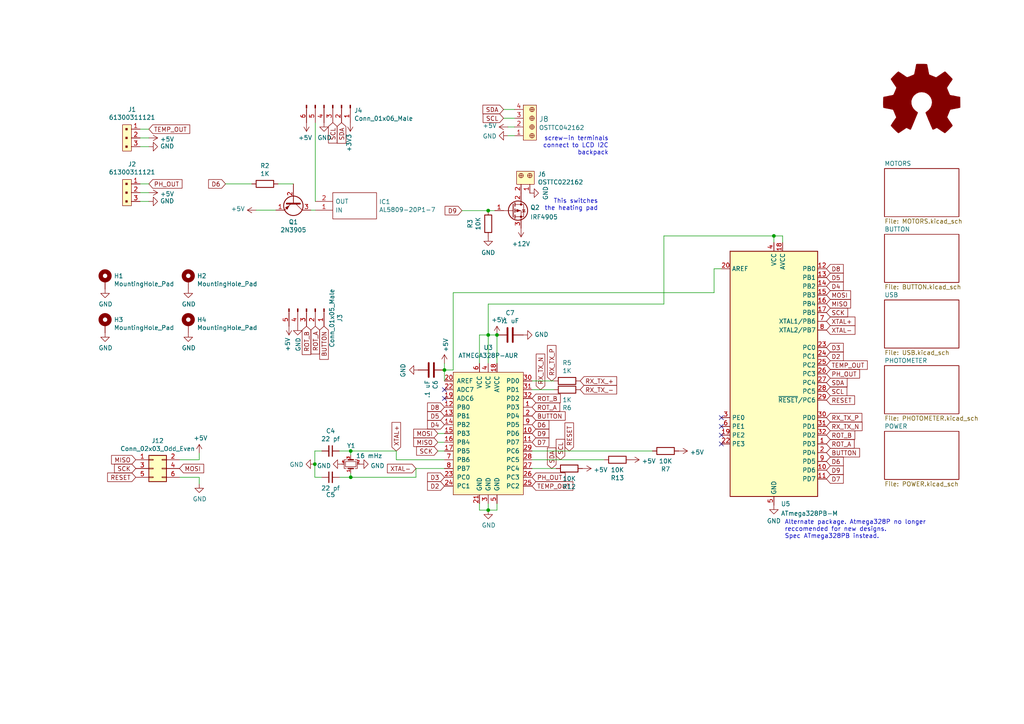
<source format=kicad_sch>
(kicad_sch (version 20211123) (generator eeschema)
  (paper "A4")
  (lib_symbols
    (symbol "AL5809-20P1-7:AL5809-20P1-7" (pin_names (offset 0.762))
      (property "Reference" "IC" (at 19.05 7.62 0))
      (property "Value" "AL5809-20P1-7" (at 19.05 5.08 0))
      (symbol "AL5809-20P1-7_0_0"
        (pin passive line (at 0 -2.54 0) (length 5.08) (name "IN") (number "1"))
        (pin passive line (at 0 0 0) (length 5.08) (name "OUT") (number "2"))
      )
    )
    (symbol "Connector:Conn_01x05_Male" (pin_names (offset 1.016) hide)
      (property "Reference" "J" (at 0 7.62 0))
      (property "Value" "Conn_01x05_Male" (at 0 -7.62 0))
      (symbol "Conn_01x05_Male_1_1"
        (pin passive line (at 5.08 5.08 180) (length 3.81) (name "Pin_1") (number "1"))
        (pin passive line (at 5.08 2.54 180) (length 3.81) (name "Pin_2") (number "2"))
        (pin passive line (at 5.08 0 180) (length 3.81) (name "Pin_3") (number "3"))
        (pin passive line (at 5.08 -2.54 180) (length 3.81) (name "Pin_4") (number "4"))
        (pin passive line (at 5.08 -5.08 180) (length 3.81) (name "Pin_5") (number "5"))
      )
    )
    (symbol "Connector:Conn_01x06_Male" (pin_names (offset 1.016) hide)
      (property "Reference" "J" (at 0 7.62 0))
      (property "Value" "Conn_01x06_Male" (at 0 -10.16 0))
      (symbol "Conn_01x06_Male_1_1"
        (pin passive line (at 5.08 5.08 180) (length 3.81) (name "Pin_1") (number "1"))
        (pin passive line (at 5.08 2.54 180) (length 3.81) (name "Pin_2") (number "2"))
        (pin passive line (at 5.08 0 180) (length 3.81) (name "Pin_3") (number "3"))
        (pin passive line (at 5.08 -2.54 180) (length 3.81) (name "Pin_4") (number "4"))
        (pin passive line (at 5.08 -5.08 180) (length 3.81) (name "Pin_5") (number "5"))
        (pin passive line (at 5.08 -7.62 180) (length 3.81) (name "Pin_6") (number "6"))
      )
    )
    (symbol "Connector_Generic:Conn_02x03_Odd_Even" (pin_names (offset 1.016) hide)
      (property "Reference" "J" (at 1.27 5.08 0))
      (property "Value" "Conn_02x03_Odd_Even" (at 1.27 -5.08 0))
      (symbol "Conn_02x03_Odd_Even_1_1"
        (pin passive line (at -5.08 2.54 0) (length 3.81) (name "Pin_1") (number "1"))
        (pin passive line (at 7.62 2.54 180) (length 3.81) (name "Pin_2") (number "2"))
        (pin passive line (at -5.08 0 0) (length 3.81) (name "Pin_3") (number "3"))
        (pin passive line (at 7.62 0 180) (length 3.81) (name "Pin_4") (number "4"))
        (pin passive line (at -5.08 -2.54 0) (length 3.81) (name "Pin_5") (number "5"))
        (pin passive line (at 7.62 -2.54 180) (length 3.81) (name "Pin_6") (number "6"))
      )
    )
    (symbol "Device:C" (pin_numbers hide) (pin_names (offset 0.254))
      (property "Reference" "C" (at 0.635 2.54 0))
      (property "Value" "C" (at 0.635 -2.54 0))
      (symbol "C_1_1"
        (pin passive line (at 0 3.81 270) (length 2.794) (name "~") (number "1"))
        (pin passive line (at 0 -3.81 90) (length 2.794) (name "~") (number "2"))
      )
    )
    (symbol "Device:C_Small" (pin_numbers hide) (pin_names (offset 0.254) hide)
      (property "Reference" "C" (at 0.254 1.778 0))
      (property "Value" "C_Small" (at 0.254 -2.032 0))
      (symbol "C_Small_1_1"
        (pin passive line (at 0 2.54 270) (length 2.032) (name "~") (number "1"))
        (pin passive line (at 0 -2.54 90) (length 2.032) (name "~") (number "2"))
      )
    )
    (symbol "Device:Crystal_GND24_Small" (pin_names (offset 1.016) hide)
      (property "Reference" "Y" (at 1.27 4.445 0))
      (property "Value" "Crystal_GND24_Small" (at 1.27 2.54 0))
      (symbol "Crystal_GND24_Small_1_1"
        (pin passive line (at -2.54 0 0) (length 1.27) (name "1") (number "1"))
        (pin passive line (at 0 -2.54 90) (length 0.635) (name "2") (number "2"))
        (pin passive line (at 2.54 0 180) (length 1.27) (name "3") (number "3"))
        (pin passive line (at 0 2.54 270) (length 0.635) (name "4") (number "4"))
      )
    )
    (symbol "Device:R" (pin_numbers hide) (pin_names (offset 0))
      (property "Reference" "R" (at 2.032 0 90))
      (property "Value" "R" (at 0 0 90))
      (symbol "R_1_1"
        (pin passive line (at 0 3.81 270) (length 1.27) (name "~") (number "1"))
        (pin passive line (at 0 -3.81 90) (length 1.27) (name "~") (number "2"))
      )
    )
    (symbol "Graphic:Logo_Open_Hardware_Large" (pin_names (offset 1.016)))
    (symbol "MCU_Microchip_ATmega:ATmega328PB-M"
      (property "Reference" "U" (at -12.7 36.83 0))
      (property "Value" "ATmega328PB-M" (at 2.54 -36.83 0))
      (symbol "ATmega328PB-M_1_1"
        (pin bidirectional line (at 15.24 -20.32 180) (length 2.54) (name "PD3") (number "1"))
        (pin bidirectional line (at 15.24 -27.94 180) (length 2.54) (name "PD6") (number "10"))
        (pin bidirectional line (at 15.24 -30.48 180) (length 2.54) (name "PD7") (number "11"))
        (pin bidirectional line (at 15.24 30.48 180) (length 2.54) (name "PB0") (number "12"))
        (pin bidirectional line (at 15.24 27.94 180) (length 2.54) (name "PB1") (number "13"))
        (pin bidirectional line (at 15.24 25.4 180) (length 2.54) (name "PB2") (number "14"))
        (pin bidirectional line (at 15.24 22.86 180) (length 2.54) (name "PB3") (number "15"))
        (pin bidirectional line (at 15.24 20.32 180) (length 2.54) (name "PB4") (number "16"))
        (pin bidirectional line (at 15.24 17.78 180) (length 2.54) (name "PB5") (number "17"))
        (pin power_in line (at 2.54 38.1 270) (length 2.54) (name "AVCC") (number "18"))
        (pin bidirectional line (at -15.24 -17.78 0) (length 2.54) (name "PE2") (number "19"))
        (pin bidirectional line (at 15.24 -22.86 180) (length 2.54) (name "PD4") (number "2"))
        (pin passive line (at -15.24 30.48 0) (length 2.54) (name "AREF") (number "20"))
        (pin passive line (at 0 -38.1 90) (length 2.54) hide (name "GND") (number "21"))
        (pin bidirectional line (at -15.24 -20.32 0) (length 2.54) (name "PE3") (number "22"))
        (pin bidirectional line (at 15.24 7.62 180) (length 2.54) (name "PC0") (number "23"))
        (pin bidirectional line (at 15.24 5.08 180) (length 2.54) (name "PC1") (number "24"))
        (pin bidirectional line (at 15.24 2.54 180) (length 2.54) (name "PC2") (number "25"))
        (pin bidirectional line (at 15.24 0 180) (length 2.54) (name "PC3") (number "26"))
        (pin bidirectional line (at 15.24 -2.54 180) (length 2.54) (name "PC4") (number "27"))
        (pin bidirectional line (at 15.24 -5.08 180) (length 2.54) (name "PC5") (number "28"))
        (pin bidirectional line (at 15.24 -7.62 180) (length 2.54) (name "~{RESET}/PC6") (number "29"))
        (pin bidirectional line (at -15.24 -12.7 0) (length 2.54) (name "PE0") (number "3"))
        (pin bidirectional line (at 15.24 -12.7 180) (length 2.54) (name "PD0") (number "30"))
        (pin bidirectional line (at 15.24 -15.24 180) (length 2.54) (name "PD1") (number "31"))
        (pin bidirectional line (at 15.24 -17.78 180) (length 2.54) (name "PD2") (number "32"))
        (pin passive line (at 0 -38.1 90) (length 2.54) hide (name "GND") (number "33"))
        (pin power_in line (at 0 38.1 270) (length 2.54) (name "VCC") (number "4"))
        (pin power_in line (at 0 -38.1 90) (length 2.54) (name "GND") (number "5"))
        (pin bidirectional line (at -15.24 -15.24 0) (length 2.54) (name "PE1") (number "6"))
        (pin bidirectional line (at 15.24 15.24 180) (length 2.54) (name "XTAL1/PB6") (number "7"))
        (pin bidirectional line (at 15.24 12.7 180) (length 2.54) (name "XTAL2/PB7") (number "8"))
        (pin bidirectional line (at 15.24 -25.4 180) (length 2.54) (name "PD5") (number "9"))
      )
    )
    (symbol "Mechanical:MountingHole_Pad" (pin_numbers hide) (pin_names (offset 1.016) hide)
      (property "Reference" "H" (at 0 6.35 0))
      (property "Value" "MountingHole_Pad" (at 0 4.445 0))
      (symbol "MountingHole_Pad_1_1"
        (pin input line (at 0 -2.54 90) (length 2.54) (name "1") (number "1"))
      )
    )
    (symbol "Transistor_BJT:2N3905" (pin_names (offset 0) hide)
      (property "Reference" "Q" (at 5.08 1.905 0))
      (property "Value" "2N3905" (at 5.08 0 0))
      (symbol "2N3905_1_1"
        (pin passive line (at 2.54 -5.08 90) (length 2.54) (name "E") (number "1"))
        (pin input line (at -5.08 0 0) (length 5.715) (name "B") (number "2"))
        (pin passive line (at 2.54 5.08 270) (length 2.54) (name "C") (number "3"))
      )
    )
    (symbol "Transistor_FET:IRF4905" (pin_names hide)
      (property "Reference" "Q" (at 5.08 1.905 0))
      (property "Value" "IRF4905" (at 5.08 0 0))
      (symbol "IRF4905_1_1"
        (pin input line (at -5.08 0 0) (length 2.54) (name "G") (number "1"))
        (pin passive line (at 2.54 5.08 270) (length 2.54) (name "D") (number "2"))
        (pin passive line (at 2.54 -5.08 90) (length 2.54) (name "S") (number "3"))
      )
    )
    (symbol "dk_Embedded-Microcontrollers:ATMEGA328P-AUR" (pin_names (offset 1.016))
      (property "Reference" "U" (at -10.16 24.13 0))
      (property "Value" "dk_Embedded-Microcontrollers_ATMEGA328P-AUR" (at 3.81 -13.97 0))
      (symbol "ATMEGA328P-AUR_1_1"
        (pin bidirectional line (at 12.7 12.7 180) (length 2.54) (name "PD3") (number "1"))
        (pin bidirectional line (at 12.7 5.08 180) (length 2.54) (name "PD6") (number "10"))
        (pin bidirectional line (at 12.7 2.54 180) (length 2.54) (name "PD7") (number "11"))
        (pin bidirectional line (at -12.7 12.7 0) (length 2.54) (name "PB0") (number "12"))
        (pin bidirectional line (at -12.7 10.16 0) (length 2.54) (name "PB1") (number "13"))
        (pin bidirectional line (at -12.7 7.62 0) (length 2.54) (name "PB2") (number "14"))
        (pin bidirectional line (at -12.7 5.08 0) (length 2.54) (name "PB3") (number "15"))
        (pin bidirectional line (at -12.7 2.54 0) (length 2.54) (name "PB4") (number "16"))
        (pin bidirectional line (at -12.7 0 0) (length 2.54) (name "PB5") (number "17"))
        (pin power_in line (at 2.54 25.4 270) (length 2.54) (name "AVCC") (number "18"))
        (pin input line (at -12.7 15.24 0) (length 2.54) (name "ADC6") (number "19"))
        (pin bidirectional line (at 12.7 10.16 180) (length 2.54) (name "PD4") (number "2"))
        (pin input line (at -12.7 20.32 0) (length 2.54) (name "AREF") (number "20"))
        (pin power_in line (at -2.54 -15.24 90) (length 2.54) (name "GND") (number "21"))
        (pin input line (at -12.7 17.78 0) (length 2.54) (name "ADC7") (number "22"))
        (pin bidirectional line (at -12.7 -7.62 0) (length 2.54) (name "PC0") (number "23"))
        (pin bidirectional line (at -12.7 -10.16 0) (length 2.54) (name "PC1") (number "24"))
        (pin bidirectional line (at 12.7 -10.16 180) (length 2.54) (name "PC2") (number "25"))
        (pin bidirectional line (at 12.7 -7.62 180) (length 2.54) (name "PC3") (number "26"))
        (pin bidirectional line (at 12.7 -5.08 180) (length 2.54) (name "PC4") (number "27"))
        (pin bidirectional line (at 12.7 -2.54 180) (length 2.54) (name "PC5") (number "28"))
        (pin bidirectional line (at 12.7 0 180) (length 2.54) (name "PC6") (number "29"))
        (pin power_in line (at 0 -15.24 90) (length 2.54) (name "GND") (number "3"))
        (pin bidirectional line (at 12.7 20.32 180) (length 2.54) (name "PD0") (number "30"))
        (pin bidirectional line (at 12.7 17.78 180) (length 2.54) (name "PD1") (number "31"))
        (pin bidirectional line (at 12.7 15.24 180) (length 2.54) (name "PD2") (number "32"))
        (pin power_in line (at 0 25.4 270) (length 2.54) (name "VCC") (number "4"))
        (pin power_in line (at 2.54 -15.24 90) (length 2.54) (name "GND") (number "5"))
        (pin power_in line (at -2.54 25.4 270) (length 2.54) (name "VCC") (number "6"))
        (pin bidirectional line (at -12.7 -2.54 0) (length 2.54) (name "PB6") (number "7"))
        (pin bidirectional line (at -12.7 -5.08 0) (length 2.54) (name "PB7") (number "8"))
        (pin bidirectional line (at 12.7 7.62 180) (length 2.54) (name "PD5") (number "9"))
      )
    )
    (symbol "dk_Rectangular-Connectors-Headers-Male-Pins:61300311121" (pin_names (offset 1.016))
      (property "Reference" "J" (at -5.08 2.54 0))
      (property "Value" "dk_Rectangular-Connectors-Headers-Male-Pins_61300311121" (at 2.54 -2.54 0))
      (symbol "61300311121_1_1"
        (pin passive line (at 0 3.81 270) (length 2.54) (name "~") (number "1"))
        (pin passive line (at 2.54 3.81 270) (length 2.54) (name "~") (number "2"))
        (pin passive line (at 5.08 3.81 270) (length 2.54) (name "~") (number "3"))
      )
    )
    (symbol "dk_Terminal-Blocks-Wire-to-Board:OSTTC022162" (pin_names (offset 1.016))
      (property "Reference" "J" (at -2.54 -1.27 0))
      (property "Value" "dk_Terminal-Blocks-Wire-to-Board_OSTTC022162" (at 1.27 -5.08 0))
      (symbol "OSTTC022162_1_1"
        (pin passive line (at 0 2.54 270) (length 2.54) (name "~") (number "1"))
        (pin passive line (at 2.54 2.54 270) (length 2.54) (name "~") (number "2"))
      )
    )
    (symbol "dk_Terminal-Blocks-Wire-to-Board:OSTTC042162" (pin_names (offset 1.016))
      (property "Reference" "J" (at -2.54 -1.27 0))
      (property "Value" "dk_Terminal-Blocks-Wire-to-Board_OSTTC042162" (at 3.81 -5.08 0))
      (symbol "OSTTC042162_1_1"
        (pin passive line (at 0 2.54 270) (length 2.54) (name "~") (number "1"))
        (pin passive line (at 2.54 2.54 270) (length 2.54) (name "~") (number "2"))
        (pin passive line (at 5.08 2.54 270) (length 2.54) (name "~") (number "3"))
        (pin passive line (at 7.62 2.54 270) (length 2.54) (name "~") (number "4"))
      )
    )
    (symbol "power:+12V" (power) (pin_names (offset 0))
      (property "Value" "+12V" (at 0 3.556 0))
      (symbol "+12V_1_1"
        (pin power_in line (at 0 0 90) (length 0) hide (name "+12V") (number "1"))
      )
    )
    (symbol "power:+3V3" (power) (pin_names (offset 0))
      (property "Value" "+3V3" (at 0 3.556 0))
      (symbol "+3V3_1_1"
        (pin power_in line (at 0 0 90) (length 0) hide (name "+3V3") (number "1"))
      )
    )
    (symbol "power:+5V" (power) (pin_names (offset 0))
      (property "Value" "+5V" (at 0 3.556 0))
      (symbol "+5V_1_1"
        (pin power_in line (at 0 0 90) (length 0) hide (name "+5V") (number "1"))
      )
    )
    (symbol "power:GND" (power) (pin_names (offset 0))
      (property "Value" "GND" (at 0 -3.81 0))
      (symbol "GND_1_1"
        (pin power_in line (at 0 0 270) (length 0) hide (name "GND") (number "1"))
      )
    )
  )
  (junction (at 101.727 138.43))
  (junction (at 101.727 130.81))
  (junction (at 141.605 61.087))
  (junction (at 224.4598 68.4276))
  (junction (at 144.145 97.155))
  (junction (at 91.313 134.62))
  (junction (at 128.905 107.315))
  (junction (at 141.605 147.955))
  (junction (at 141.605 97.155))
  (no_connect (at 209.2198 121.1326))
  (no_connect (at 209.2198 123.6726))
  (no_connect (at 209.2198 126.2126))
  (no_connect (at 209.2198 128.7526))
  (no_connect (at -34.925 141.605))
  (no_connect (at -19.685 90.805))
  (no_connect (at 128.905 113.03))
  (no_connect (at 128.905 115.57))
  (wire (pts (xy 114.935 133.35) (xy 114.935 130.81)))
  (wire (pts (xy 207.1116 84.8868) (xy 207.1116 77.9526)))
  (wire (pts (xy 207.1116 77.9526) (xy 209.2198 77.9526)))
  (wire (pts (xy 226.9998 68.4276) (xy 224.4598 68.4276)))
  (wire (pts (xy 131.445 84.8868) (xy 207.1116 84.8868)))
  (wire (pts (xy 139.065 146.05) (xy 139.065 147.955)))
  (wire (pts (xy 101.727 130.81) (xy 101.727 132.08)))
  (wire (pts (xy 141.605 147.955) (xy 144.145 147.955)))
  (wire (pts (xy 141.605 147.955) (xy 141.605 146.05)))
  (wire (pts (xy 141.605 61.087) (xy 143.51 61.087)))
  (wire (pts (xy 141.605 88.1888) (xy 192.5574 88.1888)))
  (wire (pts (xy 101.727 137.16) (xy 101.727 138.43)))
  (wire (pts (xy 139.065 97.155) (xy 141.605 97.155)))
  (wire (pts (xy 120.65 135.89) (xy 128.905 135.89)))
  (wire (pts (xy 40.64 37.465) (xy 43.18 37.465)))
  (wire (pts (xy 40.64 53.34) (xy 43.18 53.34)))
  (wire (pts (xy 146.05 34.29) (xy 149.225 34.29)))
  (wire (pts (xy 52.07 138.43) (xy 57.785 138.43)))
  (wire (pts (xy 133.985 61.087) (xy 141.605 61.087)))
  (wire (pts (xy 147.32 39.37) (xy 149.225 39.37)))
  (wire (pts (xy 192.5574 88.1888) (xy 192.5574 68.4276)))
  (wire (pts (xy 91.313 130.81) (xy 93.345 130.81)))
  (wire (pts (xy 144.145 105.41) (xy 144.145 97.155)))
  (wire (pts (xy 91.313 130.81) (xy 91.313 134.62)))
  (wire (pts (xy 146.05 31.75) (xy 149.225 31.75)))
  (wire (pts (xy 40.64 42.545) (xy 43.18 42.545)))
  (wire (pts (xy 101.727 138.43) (xy 120.65 138.43)))
  (wire (pts (xy 127 128.27) (xy 128.905 128.27)))
  (wire (pts (xy 52.07 133.35) (xy 57.785 133.35)))
  (wire (pts (xy 98.425 130.81) (xy 101.727 130.81)))
  (wire (pts (xy 144.145 147.955) (xy 144.145 146.05)))
  (wire (pts (xy 73.025 53.34) (xy 65.405 53.34)))
  (wire (pts (xy 144.145 97.155) (xy 141.605 97.155)))
  (wire (pts (xy 224.4598 68.4276) (xy 224.4598 70.3326)))
  (wire (pts (xy 128.905 107.315) (xy 128.905 110.49)))
  (wire (pts (xy 74.295 60.96) (xy 80.01 60.96)))
  (wire (pts (xy 128.905 133.35) (xy 114.935 133.35)))
  (wire (pts (xy 154.305 135.89) (xy 161.29 135.89)))
  (wire (pts (xy 147.32 36.83) (xy 149.225 36.83)))
  (wire (pts (xy 139.065 147.955) (xy 141.605 147.955)))
  (wire (pts (xy 226.9998 68.4276) (xy 226.9998 70.3326)))
  (wire (pts (xy 91.44 35.56) (xy 91.44 58.42)))
  (wire (pts (xy 91.313 138.43) (xy 93.345 138.43)))
  (wire (pts (xy 80.645 53.34) (xy 85.09 53.34)))
  (wire (pts (xy 40.64 58.42) (xy 43.18 58.42)))
  (wire (pts (xy 139.065 105.41) (xy 139.065 97.155)))
  (wire (pts (xy 98.425 138.43) (xy 101.727 138.43)))
  (wire (pts (xy 189.23 130.81) (xy 154.305 130.81)))
  (wire (pts (xy 57.785 138.43) (xy 57.785 140.335)))
  (wire (pts (xy 127 130.81) (xy 128.905 130.81)))
  (wire (pts (xy 57.785 133.35) (xy 57.785 131.445)))
  (wire (pts (xy 131.445 107.315) (xy 131.445 84.8868)))
  (wire (pts (xy 128.905 107.315) (xy 131.445 107.315)))
  (wire (pts (xy 127 125.73) (xy 128.905 125.73)))
  (wire (pts (xy 154.305 113.03) (xy 160.655 113.03)))
  (wire (pts (xy 141.605 97.155) (xy 141.605 88.1888)))
  (wire (pts (xy 101.727 130.81) (xy 114.935 130.81)))
  (wire (pts (xy 40.64 40.005) (xy 43.18 40.005)))
  (wire (pts (xy 154.305 110.49) (xy 160.655 110.49)))
  (wire (pts (xy 40.64 55.88) (xy 43.18 55.88)))
  (wire (pts (xy 141.605 97.155) (xy 141.605 105.41)))
  (wire (pts (xy 154.305 133.35) (xy 175.26 133.35)))
  (wire (pts (xy 91.313 134.62) (xy 91.313 138.43)))
  (wire (pts (xy 91.44 60.96) (xy 90.17 60.96)))
  (wire (pts (xy 120.65 138.43) (xy 120.65 135.89)))
  (wire (pts (xy 192.5574 68.4276) (xy 224.4598 68.4276)))
  (wire (pts (xy 128.905 105.41) (xy 128.905 107.315)))
  (text "This switches\nthe heating pad" (at 173.482 61.214 180) (effects (font (size 1.27 1.27)) (justify right bottom)))
  (text "screw-in terminals\nconnect to LCD I2C\nbackpack" (at 176.53 45.085 180) (effects (font (size 1.27 1.27)) (justify right bottom)))
  (text "Alternate package. Atmega328P no longer\nreccomended for new designs.\nSpec ATmega328PB instead." (at 227.5586 156.3624 0) (effects (font (size 1.27 1.27)) (justify left bottom)))
  (global_label "RESET" (shape input) (at 39.37 138.43 180) (property "Intersheet References" "${INTERSHEET_REFS}" (effects hide)))
  (global_label "ROT_A" (shape input) (at 154.305 118.11 0) (property "Intersheet References" "${INTERSHEET_REFS}" (effects hide)))
  (global_label "D8" (shape input) (at 128.905 118.11 180) (property "Intersheet References" "${INTERSHEET_REFS}" (effects hide)))
  (global_label "XTAL+" (shape input) (at 114.935 130.81 90) (property "Intersheet References" "${INTERSHEET_REFS}" (effects hide)))
  (global_label "RX_TX_-" (shape input) (at 168.275 113.03 0) (property "Intersheet References" "${INTERSHEET_REFS}" (effects hide)))
  (global_label "D4" (shape input) (at 128.905 123.19 180) (property "Intersheet References" "${INTERSHEET_REFS}" (effects hide)))
  (global_label "SCK" (shape input) (at 39.37 135.89 180) (property "Intersheet References" "${INTERSHEET_REFS}" (effects hide)))
  (global_label "BUTTON" (shape input) (at 93.98 94.615 270) (property "Intersheet References" "${INTERSHEET_REFS}" (effects hide)))
  (global_label "SDA" (shape input) (at 99.06 35.56 270) (property "Intersheet References" "${INTERSHEET_REFS}" (effects hide)))
  (global_label "D2" (shape input) (at 239.6998 103.3526 0) (property "Intersheet References" "${INTERSHEET_REFS}" (effects hide)))
  (global_label "D9" (shape input) (at 133.985 61.087 180) (property "Intersheet References" "${INTERSHEET_REFS}" (effects hide)))
  (global_label "D5" (shape input) (at 239.6998 80.4926 0) (property "Intersheet References" "${INTERSHEET_REFS}" (effects hide)))
  (global_label "MISO" (shape input) (at 127 128.27 180) (property "Intersheet References" "${INTERSHEET_REFS}" (effects hide)))
  (global_label "SDA" (shape input) (at 146.05 31.75 180) (property "Intersheet References" "${INTERSHEET_REFS}" (effects hide)))
  (global_label "D9" (shape input) (at 154.305 125.73 0) (property "Intersheet References" "${INTERSHEET_REFS}" (effects hide)))
  (global_label "ROT_A" (shape input) (at 239.6998 128.7526 0) (property "Intersheet References" "${INTERSHEET_REFS}" (effects hide)))
  (global_label "RX_TX_P" (shape input) (at 239.6998 121.1326 0) (property "Intersheet References" "${INTERSHEET_REFS}" (effects hide)))
  (global_label "D6" (shape input) (at 239.6998 133.8326 0) (property "Intersheet References" "${INTERSHEET_REFS}" (effects hide)))
  (global_label "ROT_A" (shape input) (at 91.44 94.615 270) (property "Intersheet References" "${INTERSHEET_REFS}" (effects hide)))
  (global_label "MOSI" (shape input) (at 239.6998 85.5726 0) (property "Intersheet References" "${INTERSHEET_REFS}" (effects hide)))
  (global_label "PH_OUT" (shape input) (at 154.305 138.43 0) (property "Intersheet References" "${INTERSHEET_REFS}" (effects hide)))
  (global_label "D3" (shape input) (at 239.6998 100.8126 0) (property "Intersheet References" "${INTERSHEET_REFS}" (effects hide)))
  (global_label "D4" (shape input) (at 239.6998 83.0326 0) (property "Intersheet References" "${INTERSHEET_REFS}" (effects hide)))
  (global_label "TEMP_OUT" (shape input) (at 239.6998 105.8926 0) (property "Intersheet References" "${INTERSHEET_REFS}" (effects hide)))
  (global_label "D6" (shape input) (at 154.305 123.19 0) (property "Intersheet References" "${INTERSHEET_REFS}" (effects hide)))
  (global_label "SCK" (shape input) (at 127 130.81 180) (property "Intersheet References" "${INTERSHEET_REFS}" (effects hide)))
  (global_label "ROT_B" (shape input) (at 154.305 115.57 0) (property "Intersheet References" "${INTERSHEET_REFS}" (effects hide)))
  (global_label "RX_TX_N" (shape input) (at 156.7688 113.03 90) (property "Intersheet References" "${INTERSHEET_REFS}" (effects hide)))
  (global_label "D7" (shape input) (at 154.305 128.27 0) (property "Intersheet References" "${INTERSHEET_REFS}" (effects hide)))
  (global_label "SCK" (shape input) (at 239.6998 90.6526 0) (property "Intersheet References" "${INTERSHEET_REFS}" (effects hide)))
  (global_label "RX_TX_+" (shape input) (at 168.275 110.49 0) (property "Intersheet References" "${INTERSHEET_REFS}" (effects hide)))
  (global_label "BUTTON" (shape input) (at 154.305 120.65 0) (property "Intersheet References" "${INTERSHEET_REFS}" (effects hide)))
  (global_label "D9" (shape input) (at 239.6998 136.3726 0) (property "Intersheet References" "${INTERSHEET_REFS}" (effects hide)))
  (global_label "XTAL-" (shape input) (at 239.6998 95.7326 0) (property "Intersheet References" "${INTERSHEET_REFS}" (effects hide)))
  (global_label "ROT_B" (shape input) (at 239.6998 126.2126 0) (property "Intersheet References" "${INTERSHEET_REFS}" (effects hide)))
  (global_label "MOSI" (shape input) (at 127 125.73 180) (property "Intersheet References" "${INTERSHEET_REFS}" (effects hide)))
  (global_label "SDA" (shape input) (at 160.02 135.89 90) (property "Intersheet References" "${INTERSHEET_REFS}" (effects hide)))
  (global_label "XTAL+" (shape input) (at 239.6998 93.1926 0) (property "Intersheet References" "${INTERSHEET_REFS}" (effects hide)))
  (global_label "MISO" (shape input) (at 239.6998 88.1126 0) (property "Intersheet References" "${INTERSHEET_REFS}" (effects hide)))
  (global_label "RX_TX_N" (shape input) (at 239.6998 123.6726 0) (property "Intersheet References" "${INTERSHEET_REFS}" (effects hide)))
  (global_label "MISO" (shape input) (at 39.37 133.35 180) (property "Intersheet References" "${INTERSHEET_REFS}" (effects hide)))
  (global_label "D3" (shape input) (at 128.905 138.43 180) (property "Intersheet References" "${INTERSHEET_REFS}" (effects hide)))
  (global_label "SDA" (shape input) (at 239.6998 110.9726 0) (property "Intersheet References" "${INTERSHEET_REFS}" (effects hide)))
  (global_label "TEMP_OUT" (shape input) (at 154.305 140.97 0) (property "Intersheet References" "${INTERSHEET_REFS}" (effects hide)))
  (global_label "D7" (shape input) (at 239.6998 138.9126 0) (property "Intersheet References" "${INTERSHEET_REFS}" (effects hide)))
  (global_label "D5" (shape input) (at 128.905 120.65 180) (property "Intersheet References" "${INTERSHEET_REFS}" (effects hide)))
  (global_label "SCL" (shape input) (at 146.05 34.29 180) (property "Intersheet References" "${INTERSHEET_REFS}" (effects hide)))
  (global_label "PH_OUT" (shape input) (at 239.6998 108.4326 0) (property "Intersheet References" "${INTERSHEET_REFS}" (effects hide)))
  (global_label "MOSI" (shape input) (at 52.07 135.89 0) (property "Intersheet References" "${INTERSHEET_REFS}" (effects hide)))
  (global_label "PH_OUT" (shape input) (at 43.18 53.34 0) (property "Intersheet References" "${INTERSHEET_REFS}" (effects hide)))
  (global_label "RESET" (shape input) (at 239.6998 116.0526 0) (property "Intersheet References" "${INTERSHEET_REFS}" (effects hide)))
  (global_label "SCL" (shape input) (at 162.56 133.35 90) (property "Intersheet References" "${INTERSHEET_REFS}" (effects hide)))
  (global_label "D6" (shape input) (at 65.405 53.34 180) (property "Intersheet References" "${INTERSHEET_REFS}" (effects hide)))
  (global_label "ROT_B" (shape input) (at 88.9 94.615 270) (property "Intersheet References" "${INTERSHEET_REFS}" (effects hide)))
  (global_label "RX_TX_P" (shape input) (at 160.02 110.49 90) (property "Intersheet References" "${INTERSHEET_REFS}" (effects hide)))
  (global_label "TEMP_OUT" (shape input) (at 43.18 37.465 0) (property "Intersheet References" "${INTERSHEET_REFS}" (effects hide)))
  (global_label "BUTTON" (shape input) (at 239.6998 131.2926 0) (property "Intersheet References" "${INTERSHEET_REFS}" (effects hide)))
  (global_label "SCL" (shape input) (at 96.52 35.56 270) (property "Intersheet References" "${INTERSHEET_REFS}" (effects hide)))
  (global_label "D2" (shape input) (at 128.905 140.97 180) (property "Intersheet References" "${INTERSHEET_REFS}" (effects hide)))
  (global_label "XTAL-" (shape input) (at 120.65 135.89 180) (property "Intersheet References" "${INTERSHEET_REFS}" (effects hide)))
  (global_label "D8" (shape input) (at 239.6998 77.9526 0) (property "Intersheet References" "${INTERSHEET_REFS}" (effects hide)))
  (global_label "RESET" (shape input) (at 165.1 130.81 90) (property "Intersheet References" "${INTERSHEET_REFS}" (effects hide)))
  (global_label "SCL" (shape input) (at 239.6998 113.5126 0) (property "Intersheet References" "${INTERSHEET_REFS}" (effects hide)))
  (symbol (lib_id "dk_Terminal-Blocks-Wire-to-Board:OSTTC042162") (at 151.765 39.37 90) (unit 1)
    (property "Reference" "J8" (at 156.2862 34.544 90) (effects (font (size 1.524 1.524)) (justify right)))
    (property "Value" "OSTTC042162" (at 156.2862 37.0332 90) (effects (justify right)))
    (property "Footprint" "digikey-footprints:Term_Block_1x4_P5.08mm" (effects hide))
    (property "Datasheet" "http://www.on-shore.com/wp-content/uploads/OSTTCXX2162.pdf" (effects hide))
    (property "Digi-Key_PN" "ED2611-ND" (effects hide))
    (property "MPN" "OSTTC042162" (effects hide))
    (property "Category" "Connectors, Interconnects" (effects hide))
    (property "Family" "Terminal Blocks - Wire to Board" (effects hide))
    (property "DK_Datasheet_Link" "http://www.on-shore.com/wp-content/uploads/OSTTCXX2162.pdf" (effects hide))
    (property "DK_Detail_Page" "/product-detail/en/on-shore-technology-inc/OSTTC042162/ED2611-ND/614560" (effects hide))
    (property "Description" "TERM BLK 4P SIDE ENT 5.08MM PCB" (effects hide))
    (property "Manufacturer" "On Shore Technology Inc." (effects hide))
    (property "Status" "Active" (effects hide))
  )
  (symbol (lib_id "power:+5V") (at 147.32 36.83 90) (unit 1)
    (property "Reference" "#PWR0117" (effects hide))
    (property "Value" "+5V" (at 144.0688 36.449 90) (effects (justify left)))
  )
  (symbol (lib_id "power:GND") (at 147.32 39.37 270) (unit 1)
    (property "Reference" "#PWR0118" (effects hide))
    (property "Value" "GND" (at 144.0688 39.497 90) (effects (justify right)))
  )
  (symbol (lib_id "AL5809-20P1-7:AL5809-20P1-7") (at 91.44 58.42 0) (unit 1)
    (property "Reference" "IC1" (at 109.9312 58.5216 0) (effects (justify left)))
    (property "Value" "AL5809-20P1-7" (at 109.9312 60.833 0) (effects (justify left)))
    (property "Footprint" "AL5809-20P1-7:AL580920QP17" (effects hide))
    (property "Datasheet" "https://www.diodes.com/assets/Datasheets/AL5809.pdf" (effects hide))
    (property "Description" "LED Lighting Drivers LED HV Int Switch" (effects hide))
    (property "Height" "1" (effects hide))
    (property "Manufacturer_Name" "Diodes Inc." (effects hide))
    (property "Manufacturer_Part_Number" "AL5809-20P1-7" (effects hide))
    (property "Mouser Part Number" "621-AL5809-20P1-7" (effects hide))
    (property "Mouser Price/Stock" "https://www.mouser.co.uk/ProductDetail/Diodes-Incorporated/AL5809-20P1-7?qs=9BjnSzo86S%252BJEo7jKmhSEQ%3D%3D" (effects hide))
    (property "Arrow Part Number" "AL5809-20P1-7" (effects hide))
    (property "Arrow Price/Stock" "https://www.arrow.com/en/products/al5809-20p1-7/diodes-incorporated" (effects hide))
  )
  (symbol (lib_id "power:+5V") (at 74.295 60.96 90) (unit 1)
    (property "Reference" "#PWR0119" (effects hide))
    (property "Value" "+5V" (at 71.0438 60.579 90) (effects (justify left)))
  )
  (symbol (lib_id "power:GND") (at 93.98 35.56 0) (unit 1)
    (property "Reference" "#PWR0120" (effects hide))
    (property "Value" "GND" (at 94.107 39.9542 0))
  )
  (symbol (lib_id "dk_Rectangular-Connectors-Headers-Male-Pins:61300311121") (at 36.83 37.465 270) (unit 1)
    (property "Reference" "J1" (at 38.3032 31.75 90))
    (property "Value" "61300311121" (at 38.3032 34.0614 90))
    (property "Footprint" "digikey-footprints:PinHeader_1x3_P2.54_Drill1.1mm" (effects hide))
    (property "Datasheet" "https://katalog.we-online.de/em/datasheet/6130xx11121.pdf" (effects hide))
    (property "Digi-Key_PN" "732-5316-ND" (effects hide))
    (property "MPN" "61300311121" (effects hide))
    (property "Category" "Connectors, Interconnects" (effects hide))
    (property "Family" "Rectangular Connectors - Headers, Male Pins" (effects hide))
    (property "DK_Datasheet_Link" "https://katalog.we-online.de/em/datasheet/6130xx11121.pdf" (effects hide))
    (property "DK_Detail_Page" "/product-detail/en/wurth-electronics-inc/61300311121/732-5316-ND/4846825" (effects hide))
    (property "Description" "CONN HEADER VERT 3POS 2.54MM" (effects hide))
    (property "Manufacturer" "Wurth Electronics Inc." (effects hide))
    (property "Status" "Active" (effects hide))
  )
  (symbol (lib_id "dk_Rectangular-Connectors-Headers-Male-Pins:61300311121") (at 36.83 53.34 270) (unit 1)
    (property "Reference" "J2" (at 38.3032 47.625 90))
    (property "Value" "61300311121" (at 38.3032 49.9364 90))
    (property "Footprint" "digikey-footprints:PinHeader_1x3_P2.54_Drill1.1mm" (effects hide))
    (property "Datasheet" "https://katalog.we-online.de/em/datasheet/6130xx11121.pdf" (effects hide))
    (property "Digi-Key_PN" "732-5316-ND" (effects hide))
    (property "MPN" "61300311121" (effects hide))
    (property "Category" "Connectors, Interconnects" (effects hide))
    (property "Family" "Rectangular Connectors - Headers, Male Pins" (effects hide))
    (property "DK_Datasheet_Link" "https://katalog.we-online.de/em/datasheet/6130xx11121.pdf" (effects hide))
    (property "DK_Detail_Page" "/product-detail/en/wurth-electronics-inc/61300311121/732-5316-ND/4846825" (effects hide))
    (property "Description" "CONN HEADER VERT 3POS 2.54MM" (effects hide))
    (property "Manufacturer" "Wurth Electronics Inc." (effects hide))
    (property "Status" "Active" (effects hide))
  )
  (symbol (lib_id "power:+5V") (at 43.18 40.005 270) (unit 1)
    (property "Reference" "#PWR0127" (effects hide))
    (property "Value" "+5V" (at 46.4312 40.386 90) (effects (justify left)))
  )
  (symbol (lib_id "power:GND") (at 43.18 42.545 90) (unit 1)
    (property "Reference" "#PWR0128" (effects hide))
    (property "Value" "GND" (at 46.4312 42.418 90) (effects (justify right)))
  )
  (symbol (lib_id "power:+5V") (at 43.18 55.88 270) (unit 1)
    (property "Reference" "#PWR0129" (effects hide))
    (property "Value" "+5V" (at 46.4312 56.261 90) (effects (justify left)))
  )
  (symbol (lib_id "power:GND") (at 43.18 58.42 90) (unit 1)
    (property "Reference" "#PWR0130" (effects hide))
    (property "Value" "GND" (at 46.4312 58.293 90) (effects (justify right)))
  )
  (symbol (lib_id "Transistor_BJT:2N3905") (at 85.09 58.42 270) (unit 1)
    (property "Reference" "Q1" (at 85.09 64.389 90))
    (property "Value" "2N3905" (at 85.09 66.7004 90))
    (property "Footprint" "Package_TO_SOT_THT:TO-92_Inline" (effects hide))
    (property "Datasheet" "https://www.fairchildsemi.com/datasheets/2N/2N3905.pdf" (effects hide))
  )
  (symbol (lib_id "Device:R") (at 76.835 53.34 270) (unit 1)
    (property "Reference" "R2" (at 76.835 48.0822 90))
    (property "Value" "1K" (at 76.835 50.3936 90))
    (property "Footprint" "Resistor_SMD:R_0805_2012Metric_Pad1.20x1.40mm_HandSolder" (effects hide))
  )
  (symbol (lib_id "Device:R") (at 141.605 64.897 0) (unit 1)
    (property "Reference" "R3" (at 136.3472 64.897 90))
    (property "Value" "10K" (at 138.6586 64.897 90))
    (property "Footprint" "Resistor_SMD:R_0805_2012Metric_Pad1.20x1.40mm_HandSolder" (effects hide))
  )
  (symbol (lib_id "dk_Terminal-Blocks-Wire-to-Board:OSTTC022162") (at 153.67 53.467 180) (unit 1)
    (property "Reference" "J6" (at 155.956 50.546 0) (effects (justify right)))
    (property "Value" "OSTTC022162" (at 155.956 52.832 0) (effects (justify right)))
    (property "Footprint" "digikey-footprints:Term_Block_1x2_P5.08MM" (effects hide))
    (property "Datasheet" "http://www.on-shore.com/wp-content/uploads/OSTTCXX2162.pdf" (effects hide))
    (property "Digi-Key_PN" "ED2609-ND" (effects hide))
    (property "MPN" "OSTTC022162" (effects hide))
    (property "Category" "Connectors, Interconnects" (effects hide))
    (property "Family" "Terminal Blocks - Wire to Board" (effects hide))
    (property "DK_Datasheet_Link" "http://www.on-shore.com/wp-content/uploads/OSTTCXX2162.pdf" (effects hide))
    (property "DK_Detail_Page" "/product-detail/en/on-shore-technology-inc/OSTTC022162/ED2609-ND/614558" (effects hide))
    (property "Description" "TERM BLK 2P SIDE ENT 5.08MM PCB" (effects hide))
    (property "Manufacturer" "On Shore Technology Inc." (effects hide))
    (property "Status" "Active" (effects hide))
  )
  (symbol (lib_id "Graphic:Logo_Open_Hardware_Large") (at 267.335 29.845 0) (unit 1)
    (property "Reference" "#LOGO1" (effects hide))
    (property "Value" "Logo_Open_Hardware_Large" (effects hide))
  )
  (symbol (lib_id "dk_Embedded-Microcontrollers:ATMEGA328P-AUR") (at 141.605 130.81 0) (unit 1)
    (property "Reference" "U3" (at 141.605 100.8126 0))
    (property "Value" "ATMEGA328P-AUR" (at 141.605 103.124 0))
    (property "Footprint" "digikey-footprints:TQFP-32_7x7mm" (effects hide))
    (property "Datasheet" "http://www.microchip.com/mymicrochip/filehandler.aspx?ddocname=en608326" (effects hide))
    (property "Digi-Key_PN" "ATMEGA328P-AURCT-ND" (effects hide))
    (property "MPN" "ATMEGA328P-AUR" (effects hide))
    (property "Category" "Integrated Circuits (ICs)" (effects hide))
    (property "Family" "Embedded - Microcontrollers" (effects hide))
    (property "DK_Datasheet_Link" "http://www.microchip.com/mymicrochip/filehandler.aspx?ddocname=en608326" (effects hide))
    (property "DK_Detail_Page" "/product-detail/en/microchip-technology/ATMEGA328P-AUR/ATMEGA328P-AURCT-ND/3789455" (effects hide))
    (property "Description" "IC MCU 8BIT 32KB FLASH 32TQFP" (effects hide))
    (property "Manufacturer" "Microchip Technology" (effects hide))
    (property "Status" "Active" (effects hide))
  )
  (symbol (lib_id "power:+3V3") (at 101.6 35.56 180) (unit 1)
    (property "Reference" "#PWR0102" (effects hide))
    (property "Value" "+3V3" (at 101.219 38.8112 90) (effects (justify left)))
  )
  (symbol (lib_id "Device:C_Small") (at 95.885 130.81 270) (unit 1)
    (property "Reference" "C4" (at 95.885 124.9934 90))
    (property "Value" "22 pf" (at 95.885 127.3048 90))
    (property "Footprint" "Capacitor_SMD:C_0603_1608Metric_Pad1.08x0.95mm_HandSolder" (effects hide))
  )
  (symbol (lib_id "Device:C_Small") (at 95.885 138.43 90) (unit 1)
    (property "Reference" "C5" (at 95.885 143.51 90))
    (property "Value" "22 pf" (at 95.885 141.605 90))
    (property "Footprint" "Capacitor_SMD:C_0603_1608Metric_Pad1.08x0.95mm_HandSolder" (effects hide))
  )
  (symbol (lib_id "power:GND") (at 91.313 134.62 270) (unit 1)
    (property "Reference" "#PWR0156" (effects hide))
    (property "Value" "GND" (at 88.0618 134.747 90) (effects (justify right)))
  )
  (symbol (lib_id "power:GND") (at 141.605 147.955 0) (unit 1)
    (property "Reference" "#PWR0150" (effects hide))
    (property "Value" "GND" (at 141.732 152.3492 0))
  )
  (symbol (lib_id "Device:R") (at 193.04 130.81 90) (unit 1)
    (property "Reference" "R7" (at 193.04 136.0678 90))
    (property "Value" "10K" (at 193.04 133.7564 90))
    (property "Footprint" "Resistor_SMD:R_0805_2012Metric_Pad1.20x1.40mm_HandSolder" (effects hide))
  )
  (symbol (lib_id "power:+5V") (at 144.145 97.155 0) (unit 1)
    (property "Reference" "#PWR0155" (effects hide))
    (property "Value" "+5V" (at 144.526 92.7608 0))
  )
  (symbol (lib_id "power:+5V") (at 196.85 130.81 270) (unit 1)
    (property "Reference" "#PWR0154" (effects hide))
    (property "Value" "+5V" (at 200.1012 131.191 90) (effects (justify left)))
  )
  (symbol (lib_id "Connector:Conn_01x06_Male") (at 96.52 30.48 270) (unit 1)
    (property "Reference" "J4" (at 102.7176 32.0548 90) (effects (justify left)))
    (property "Value" "Conn_01x06_Male" (at 102.7176 34.3662 90) (effects (justify left)))
    (property "Footprint" "Connector_Molex:Molex_KK-254_AE-6410-06A_1x06_P2.54mm_Vertical" (effects hide))
  )
  (symbol (lib_id "Device:C") (at 147.955 97.155 270) (unit 1)
    (property "Reference" "C7" (at 147.955 90.7542 90))
    (property "Value" ".1 uF" (at 147.955 93.0656 90))
    (property "Footprint" "Capacitor_SMD:C_0603_1608Metric_Pad1.08x0.95mm_HandSolder" (effects hide))
  )
  (symbol (lib_id "power:GND") (at 151.765 97.155 90) (unit 1)
    (property "Reference" "#PWR0153" (effects hide))
    (property "Value" "GND" (at 155.0162 97.028 90) (effects (justify right)))
  )
  (symbol (lib_id "power:+5V") (at 128.905 105.41 0) (unit 1)
    (property "Reference" "#PWR0152" (effects hide))
    (property "Value" "+5V" (at 129.286 102.1588 90) (effects (justify left)))
  )
  (symbol (lib_id "Device:C") (at 125.095 107.315 270) (unit 1)
    (property "Reference" "C6" (at 126.2634 110.236 0) (effects (justify left)))
    (property "Value" ".1 uF" (at 123.952 110.236 0) (effects (justify left)))
    (property "Footprint" "Capacitor_SMD:C_0603_1608Metric_Pad1.08x0.95mm_HandSolder" (effects hide))
  )
  (symbol (lib_id "power:+5V") (at 88.9 35.56 180) (unit 1)
    (property "Reference" "#PWR0101" (effects hide))
    (property "Value" "+5V" (at 88.519 39.9542 0))
  )
  (symbol (lib_id "power:GND") (at 121.285 107.315 270) (unit 1)
    (property "Reference" "#PWR0151" (effects hide))
    (property "Value" "GND" (at 116.8908 107.442 0))
  )
  (symbol (lib_id "Connector_Generic:Conn_02x03_Odd_Even") (at 44.45 135.89 0) (unit 1)
    (property "Reference" "J12" (at 45.72 127.8382 0))
    (property "Value" "Conn_02x03_Odd_Even" (at 45.72 130.1496 0))
    (property "Footprint" "Connector_PinHeader_2.54mm:PinHeader_2x03_P2.54mm_Vertical" (effects hide))
  )
  (symbol (lib_id "power:+5V") (at 57.785 131.445 0) (unit 1)
    (property "Reference" "#PWR0142" (effects hide))
    (property "Value" "+5V" (at 58.166 127.0508 0))
  )
  (symbol (lib_id "power:GND") (at 57.785 140.335 0) (unit 1)
    (property "Reference" "#PWR0143" (effects hide))
    (property "Value" "GND" (at 57.912 144.7292 0))
  )
  (symbol (lib_id "Mechanical:MountingHole_Pad") (at 30.48 81.28 0) (unit 1)
    (property "Reference" "H1" (at 33.02 80.0354 0) (effects (justify left)))
    (property "Value" "MountingHole_Pad" (at 33.02 82.3468 0) (effects (justify left)))
    (property "Footprint" "MountingHole:MountingHole_3.2mm_M3_DIN965_Pad" (effects hide))
  )
  (symbol (lib_id "Mechanical:MountingHole_Pad") (at 54.61 81.28 0) (unit 1)
    (property "Reference" "H2" (at 57.15 80.0354 0) (effects (justify left)))
    (property "Value" "MountingHole_Pad" (at 57.15 82.3468 0) (effects (justify left)))
    (property "Footprint" "MountingHole:MountingHole_3.2mm_M3_DIN965_Pad" (effects hide))
  )
  (symbol (lib_id "Mechanical:MountingHole_Pad") (at 30.48 93.98 0) (unit 1)
    (property "Reference" "H3" (at 33.02 92.7354 0) (effects (justify left)))
    (property "Value" "MountingHole_Pad" (at 33.02 95.0468 0) (effects (justify left)))
    (property "Footprint" "MountingHole:MountingHole_3.2mm_M3_DIN965_Pad" (effects hide))
  )
  (symbol (lib_id "Mechanical:MountingHole_Pad") (at 54.61 93.98 0) (unit 1)
    (property "Reference" "H4" (at 57.15 92.7354 0) (effects (justify left)))
    (property "Value" "MountingHole_Pad" (at 57.15 95.0468 0) (effects (justify left)))
    (property "Footprint" "MountingHole:MountingHole_3.2mm_M3_DIN965_Pad" (effects hide))
  )
  (symbol (lib_id "power:GND") (at 30.48 83.82 0) (unit 1)
    (property "Reference" "#PWR0103" (effects hide))
    (property "Value" "GND" (at 30.607 88.2142 0))
  )
  (symbol (lib_id "power:GND") (at 54.61 83.82 0) (unit 1)
    (property "Reference" "#PWR0137" (effects hide))
    (property "Value" "GND" (at 54.737 88.2142 0))
  )
  (symbol (lib_id "power:GND") (at 30.48 96.52 0) (unit 1)
    (property "Reference" "#PWR0138" (effects hide))
    (property "Value" "GND" (at 30.607 100.9142 0))
  )
  (symbol (lib_id "power:GND") (at 54.61 96.52 0) (unit 1)
    (property "Reference" "#PWR0139" (effects hide))
    (property "Value" "GND" (at 54.737 100.9142 0))
  )
  (symbol (lib_id "Connector:Conn_01x05_Male") (at 88.9 89.535 270) (unit 1)
    (property "Reference" "J3" (at 98.5774 92.2782 0))
    (property "Value" "Conn_01x05_Male" (at 96.266 92.2782 0))
    (property "Footprint" "Connector_Molex:Molex_KK-254_AE-6410-05A_1x05_P2.54mm_Vertical" (effects hide))
  )
  (symbol (lib_id "power:GND") (at 86.36 94.615 0) (unit 1)
    (property "Reference" "#PWR0104" (effects hide))
    (property "Value" "GND" (at 86.487 97.8662 90) (effects (justify right)))
  )
  (symbol (lib_id "power:+5V") (at 83.82 94.615 180) (unit 1)
    (property "Reference" "#PWR0105" (effects hide))
    (property "Value" "+5V" (at 83.439 97.8662 90) (effects (justify left)))
  )
  (symbol (lib_id "Device:R") (at 164.465 113.03 90) (unit 1)
    (property "Reference" "R6" (at 164.465 118.2878 90))
    (property "Value" "1K" (at 164.465 115.9764 90))
    (property "Footprint" "Resistor_SMD:R_0805_2012Metric_Pad1.20x1.40mm_HandSolder" (effects hide))
  )
  (symbol (lib_id "Device:R") (at 164.465 110.49 90) (unit 1)
    (property "Reference" "R5" (at 164.465 105.2322 90))
    (property "Value" "1K" (at 164.465 107.5436 90))
    (property "Footprint" "Resistor_SMD:R_0805_2012Metric_Pad1.20x1.40mm_HandSolder" (effects hide))
  )
  (symbol (lib_id "power:GND") (at 141.605 68.707 0) (unit 1)
    (property "Reference" "#PWR0132" (effects hide))
    (property "Value" "GND" (at 141.605 73.2695 0))
  )
  (symbol (lib_id "power:GND") (at 104.267 134.62 90) (unit 1)
    (property "Reference" "#PWR0164" (effects hide))
    (property "Value" "GND" (at 107.442 135.099 90) (effects (justify right)))
  )
  (symbol (lib_id "power:GND") (at 153.67 56.007 90) (unit 1)
    (property "Reference" "#PWR0133" (effects hide))
    (property "Value" "GND" (at 158.2325 56.007 0))
  )
  (symbol (lib_id "Transistor_FET:IRF4905") (at 148.59 61.087 0) (unit 1)
    (property "Reference" "Q2" (at 153.797 60.1785 0) (effects (justify left)))
    (property "Value" "IRF4905" (at 153.797 62.9536 0) (effects (justify left)))
    (property "Footprint" "Package_TO_SOT_THT:TO-262-3_Vertical" (effects hide))
    (property "Datasheet" "http://www.infineon.com/dgdl/irf4905.pdf?fileId=5546d462533600a4015355e32165197c" (effects hide))
  )
  (symbol (lib_id "power:+12V") (at 151.13 66.167 180) (unit 1)
    (property "Reference" "#PWR0166" (effects hide))
    (property "Value" "+12V" (at 151.13 70.7295 0))
  )
  (symbol (lib_id "power:GND") (at 224.4598 146.5326 0) (unit 1)
    (property "Reference" "#PWR01" (effects hide))
    (property "Value" "GND" (at 224.4598 151.0951 0))
  )
  (symbol (lib_id "power:GND") (at 99.187 134.62 270) (unit 1)
    (property "Reference" "#PWR0165" (effects hide))
    (property "Value" "GND" (at 96.0121 135.099 90) (effects (justify right)))
  )
  (symbol (lib_id "power:+5V") (at 182.88 133.35 270) (unit 1)
    (property "Reference" "#PWR0163" (effects hide))
    (property "Value" "+5V" (at 186.1312 133.731 90) (effects (justify left)))
  )
  (symbol (lib_id "Device:R") (at 179.07 133.35 90) (unit 1)
    (property "Reference" "R13" (at 179.07 138.6078 90))
    (property "Value" "10K" (at 179.07 136.2964 90))
    (property "Footprint" "Resistor_SMD:R_0805_2012Metric_Pad1.20x1.40mm_HandSolder" (effects hide))
  )
  (symbol (lib_id "MCU_Microchip_ATmega:ATmega328PB-M") (at 224.4598 108.4326 0) (unit 1)
    (property "Reference" "U5" (at 226.4792 146.1421 0) (effects (justify left)))
    (property "Value" "ATmega328PB-M" (at 226.4792 148.9172 0) (effects (justify left)))
    (property "Footprint" "Package_DFN_QFN:QFN-32-1EP_5x5mm_P0.5mm_EP3.1x3.1mm" (effects hide))
    (property "Datasheet" "http://ww1.microchip.com/downloads/en/DeviceDoc/40001906C.pdf" (effects hide))
  )
  (symbol (lib_id "Device:Crystal_GND24_Small") (at 101.727 134.62 90) (unit 1)
    (property "Reference" "Y1" (at 101.854 129.286 90))
    (property "Value" "16 mHz" (at 107.061 132.207 90))
    (property "Footprint" "Crystal:Crystal_SMD_3225-4Pin_3.2x2.5mm_HandSoldering" (effects hide))
  )
  (symbol (lib_id "Device:R") (at 165.1 135.89 90) (unit 1)
    (property "Reference" "R12" (at 165.1 141.1478 90))
    (property "Value" "10K" (at 165.1 138.8364 90))
    (property "Footprint" "Resistor_SMD:R_0805_2012Metric_Pad1.20x1.40mm_HandSolder" (effects hide))
  )
  (symbol (lib_id "power:+5V") (at 168.91 135.89 270) (unit 1)
    (property "Reference" "#PWR0162" (effects hide))
    (property "Value" "+5V" (at 172.1612 136.271 90) (effects (justify left)))
  )
  (sheet (at 256.54 48.895) (size 21.59 13.97)
    (property "Sheet name" "MOTORS" (at 256.54 48.1834 0) (effects (justify left bottom)))
    (property "Sheet file" "MOTORS.kicad_sch" (at 256.54 63.4496 0) (effects (justify left top)))
  )
  (sheet (at 256.54 86.995) (size 21.59 13.97)
    (property "Sheet name" "USB" (at 256.54 86.2834 0) (effects (justify left bottom)))
    (property "Sheet file" "USB.kicad_sch" (at 256.54 101.5496 0) (effects (justify left top)))
  )
  (sheet (at 256.54 106.045) (size 21.59 13.97)
    (property "Sheet name" "PHOTOMETER" (at 256.54 105.3334 0) (effects (justify left bottom)))
    (property "Sheet file" "PHOTOMETER.kicad_sch" (at 256.54 120.5996 0) (effects (justify left top)))
  )
  (sheet (at 256.54 125.095) (size 21.59 13.97)
    (property "Sheet name" "POWER" (at 256.54 124.3834 0) (effects (justify left bottom)))
    (property "Sheet file" "POWER.kicad_sch" (at 256.54 139.6496 0) (effects (justify left top)))
  )
  (sheet (at 256.54 67.945) (size 21.59 13.97)
    (property "Sheet name" "BUTTON" (at 256.54 67.2334 0) (effects (justify left bottom)))
    (property "Sheet file" "BUTTON.kicad_sch" (at 256.54 82.4996 0) (effects (justify left top)))
  )
)
</source>
